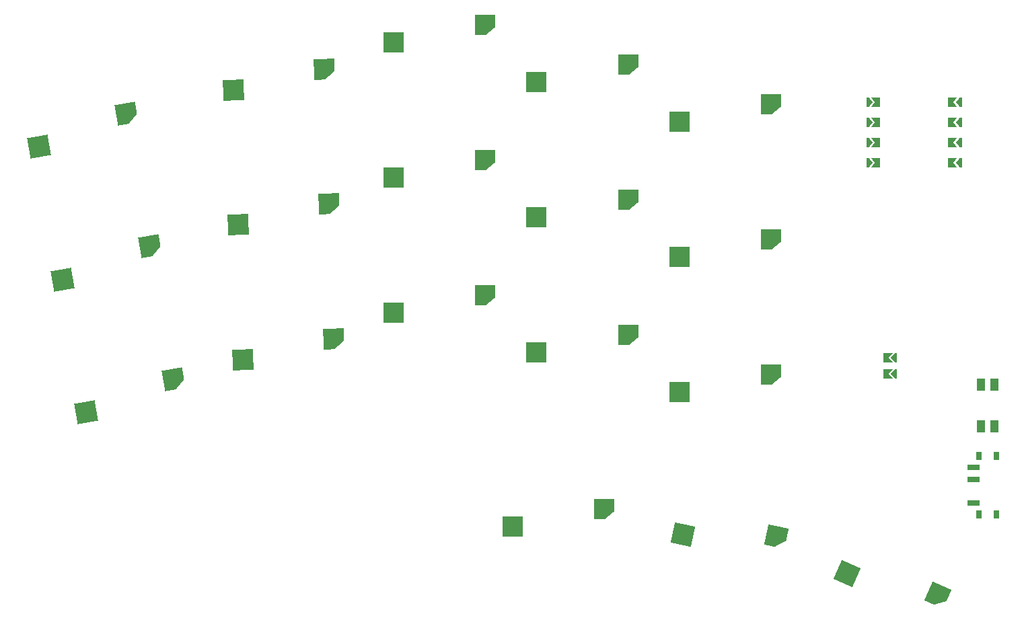
<source format=gbr>
%TF.GenerationSoftware,KiCad,Pcbnew,8.0.1*%
%TF.CreationDate,2024-05-06T23:29:14+03:00*%
%TF.ProjectId,new_ready_splayer_pcb,6e65775f-7265-4616-9479-5f73706c6179,v1.0.0*%
%TF.SameCoordinates,Original*%
%TF.FileFunction,Paste,Top*%
%TF.FilePolarity,Positive*%
%FSLAX46Y46*%
G04 Gerber Fmt 4.6, Leading zero omitted, Abs format (unit mm)*
G04 Created by KiCad (PCBNEW 8.0.1) date 2024-05-06 23:29:14*
%MOMM*%
%LPD*%
G01*
G04 APERTURE LIST*
G04 Aperture macros list*
%AMRotRect*
0 Rectangle, with rotation*
0 The origin of the aperture is its center*
0 $1 length*
0 $2 width*
0 $3 Rotation angle, in degrees counterclockwise*
0 Add horizontal line*
21,1,$1,$2,0,0,$3*%
%AMFreePoly0*
4,1,6,0.500000,-0.625000,-0.650000,-0.625000,-0.150000,0.000000,-0.650000,0.625000,0.500000,0.625000,0.500000,-0.625000,0.500000,-0.625000,$1*%
%AMFreePoly1*
4,1,6,0.250000,0.000000,-0.250000,-0.625000,-0.500000,-0.625000,-0.500000,0.625000,-0.250000,0.625000,0.250000,0.000000,0.250000,0.000000,$1*%
%AMFreePoly2*
4,1,6,0.600000,-1.000000,0.000000,-0.400000,-0.600000,-1.000000,-0.600000,0.250000,0.600000,0.250000,0.600000,-1.000000,0.600000,-1.000000,$1*%
%AMFreePoly3*
4,1,6,0.600000,-0.200000,0.600000,-0.400000,-0.600000,-0.400000,-0.600000,-0.200000,0.000000,0.400000,0.600000,-0.200000,0.600000,-0.200000,$1*%
%AMFreePoly4*
4,1,6,1.300000,-0.250000,0.050000,-1.300000,-1.300000,-1.300000,-1.300000,1.300000,1.300000,1.300000,1.300000,-0.250000,1.300000,-0.250000,$1*%
G04 Aperture macros list end*
%ADD10R,1.000000X1.550000*%
%ADD11FreePoly0,180.000000*%
%ADD12FreePoly1,180.000000*%
%ADD13FreePoly1,0.000000*%
%ADD14FreePoly0,0.000000*%
%ADD15R,0.800000X1.000000*%
%ADD16R,1.500000X0.700000*%
%ADD17FreePoly2,90.000000*%
%ADD18FreePoly3,90.000000*%
%ADD19FreePoly4,10.000000*%
%ADD20RotRect,2.600000X2.600000X10.000000*%
%ADD21FreePoly4,0.000000*%
%ADD22R,2.600000X2.600000*%
%ADD23FreePoly4,348.000000*%
%ADD24RotRect,2.600000X2.600000X348.000000*%
%ADD25FreePoly4,2.000000*%
%ADD26RotRect,2.600000X2.600000X2.000000*%
%ADD27FreePoly4,336.000000*%
%ADD28RotRect,2.600000X2.600000X336.000000*%
G04 APERTURE END LIST*
D10*
%TO.C,RST1*%
X272009009Y-136530853D03*
X270309009Y-136530853D03*
X272009009Y-131280853D03*
X270309009Y-131280853D03*
%TD*%
D11*
%TO.C,MCU1*%
X266684000Y-95715000D03*
D12*
X267409000Y-95715000D03*
D11*
X266684000Y-98255000D03*
D12*
X267409000Y-98255000D03*
D11*
X266684000Y-100795000D03*
D12*
X267409000Y-100795000D03*
D11*
X266684000Y-103335000D03*
D12*
X267409000Y-103335000D03*
D13*
X256409000Y-103335000D03*
X256409000Y-100795000D03*
X256409000Y-98255000D03*
X256409000Y-95715000D03*
D14*
X257134000Y-103335000D03*
X257134000Y-100795000D03*
X257134000Y-98255000D03*
X257134000Y-95715000D03*
%TD*%
D15*
%TO.C,PWR1*%
X270074008Y-147555851D03*
X270074009Y-140255851D03*
X272284008Y-140255852D03*
X272284009Y-147555852D03*
D16*
X269424008Y-146155852D03*
X269424009Y-143155851D03*
X269424009Y-141655852D03*
%TD*%
D17*
%TO.C,JST1*%
X258343007Y-127905850D03*
X258343007Y-129905850D03*
D18*
X259359006Y-127905851D03*
X259359007Y-129905850D03*
%TD*%
D19*
%TO.C,S1*%
X168688259Y-130580168D03*
D20*
X157695755Y-134752383D03*
%TD*%
D21*
%TO.C,S15*%
X243934009Y-95955853D03*
D22*
X232384009Y-98155854D03*
%TD*%
D19*
%TO.C,S3*%
X162784222Y-97096707D03*
D20*
X151791718Y-101268922D03*
%TD*%
D21*
%TO.C,S13*%
X243934006Y-129955852D03*
D22*
X232384006Y-132155853D03*
%TD*%
D21*
%TO.C,S8*%
X207934010Y-102955850D03*
D22*
X196384010Y-105155851D03*
%TD*%
D23*
%TO.C,S17*%
X244618137Y-150346815D03*
D24*
X232863126Y-150097359D03*
%TD*%
D25*
%TO.C,S5*%
X188317143Y-108515581D03*
D26*
X176850958Y-111117331D03*
%TD*%
D21*
%TO.C,S9*%
X207934008Y-85955852D03*
D22*
X196384008Y-88155853D03*
%TD*%
D21*
%TO.C,S14*%
X243934011Y-112955854D03*
D22*
X232384011Y-115155855D03*
%TD*%
D21*
%TO.C,S7*%
X207934009Y-119955851D03*
D22*
X196384009Y-122155852D03*
%TD*%
D21*
%TO.C,S12*%
X225934012Y-90955852D03*
D22*
X214384012Y-93155853D03*
%TD*%
D19*
%TO.C,S2*%
X165736244Y-113838439D03*
D20*
X154743740Y-118010654D03*
%TD*%
D21*
%TO.C,S11*%
X225934006Y-107955853D03*
D22*
X214384006Y-110155854D03*
%TD*%
D27*
%TO.C,S18*%
X264938673Y-157725786D03*
D28*
X253492403Y-155037778D03*
%TD*%
D21*
%TO.C,S16*%
X222934008Y-146955850D03*
D22*
X211384008Y-149155851D03*
%TD*%
D25*
%TO.C,S6*%
X187723853Y-91525939D03*
D26*
X176257668Y-94127689D03*
%TD*%
D21*
%TO.C,S10*%
X225934009Y-124955851D03*
D22*
X214384009Y-127155852D03*
%TD*%
D25*
%TO.C,S4*%
X188910434Y-125505225D03*
D26*
X177444249Y-128106975D03*
%TD*%
M02*

</source>
